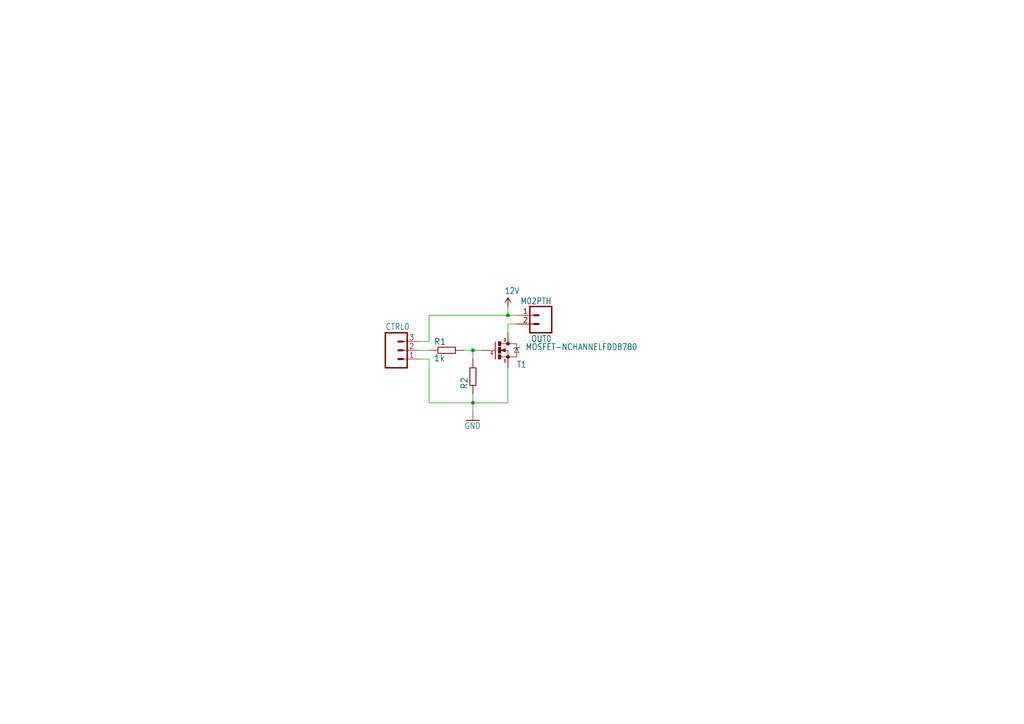
<source format=kicad_sch>
(kicad_sch (version 20250114) (generator "eeschema") (generator_version "9.0")
  (paper "A4")
  (lib_symbols
    (symbol "MOSFET breakout-eagle-import:12V" (power)
      (symbol "12V_1_0"
        (polyline (pts (xy 0 2.54) (xy -0.762 1.27)) (stroke (width 0.254)))
        (polyline (pts (xy 0.762 1.27) (xy 0 2.54)) (stroke (width 0.254)))
        (pin power_in line (at 0 0 90) (length 2.54) (name "12V") (number "1"))
      )
    )
    (symbol "MOSFET breakout-eagle-import:GND" (power)
      (symbol "GND_1_0"
        (polyline (pts (xy -1.905 0) (xy 1.905 0)) (stroke (width 0.254)))
        (pin power_in line (at 0 2.54 270) (length 2.54) (name "GND") (number "1"))
      )
    )
    (symbol "MOSFET breakout-eagle-import:M02PTH"
      (property "Reference" "JP" (at -2.54 5.842 0))
      (symbol "M02PTH_1_0"
        (polyline (pts (xy -2.54 5.08) (xy -2.54 -2.54)) (stroke (width 0.4064)))
        (polyline (pts (xy -2.54 5.08) (xy 3.81 5.08)) (stroke (width 0.4064)))
        (polyline (pts (xy 1.27 2.54) (xy 2.54 2.54)) (stroke (width 0.6096)))
        (polyline (pts (xy 1.27 0) (xy 2.54 0)) (stroke (width 0.6096)))
        (polyline (pts (xy 3.81 -2.54) (xy -2.54 -2.54)) (stroke (width 0.4064)))
        (polyline (pts (xy 3.81 -2.54) (xy 3.81 5.08)) (stroke (width 0.4064)))
        (pin passive line (at 7.62 2.54 180) (length 5.08) (name "2") (number "2"))
        (pin passive line (at 7.62 0 180) (length 5.08) (name "1") (number "1"))
      )
    )
    (symbol "MOSFET breakout-eagle-import:M03PTH"
      (property "Reference" "JP" (at -2.54 5.842 0))
      (symbol "M03PTH_1_0"
        (polyline (pts (xy -2.54 5.08) (xy -2.54 -5.08)) (stroke (width 0.4064)))
        (polyline (pts (xy -2.54 5.08) (xy 3.81 5.08)) (stroke (width 0.4064)))
        (polyline (pts (xy 1.27 2.54) (xy 2.54 2.54)) (stroke (width 0.6096)))
        (polyline (pts (xy 1.27 0) (xy 2.54 0)) (stroke (width 0.6096)))
        (polyline (pts (xy 1.27 -2.54) (xy 2.54 -2.54)) (stroke (width 0.6096)))
        (polyline (pts (xy 3.81 -5.08) (xy -2.54 -5.08)) (stroke (width 0.4064)))
        (polyline (pts (xy 3.81 -5.08) (xy 3.81 5.08)) (stroke (width 0.4064)))
        (pin passive line (at 7.62 2.54 180) (length 5.08) (name "3") (number "3"))
        (pin passive line (at 7.62 0 180) (length 5.08) (name "2") (number "2"))
        (pin passive line (at 7.62 -2.54 180) (length 5.08) (name "1") (number "1"))
      )
    )
    (symbol "MOSFET breakout-eagle-import:MOSFET-NCHANNELFDD8780"
      (property "Reference" "Q" (at 5.08 2.54 0))
      (symbol "MOSFET-NCHANNELFDD8780_1_0"
        (polyline (pts (xy -3.81 0) (xy -5.08 0)) (stroke (width 0.1524)))
        (polyline (pts (xy -3.6576 2.413) (xy -3.6576 -2.54)) (stroke (width 0.254)))
        (rectangle (start -2.794 1.27) (end -2.032 2.54) (fill (type outline)))
        (rectangle (start -2.794 -0.889) (end -2.032 0.889) (fill (type outline)))
        (rectangle (start -2.794 -2.54) (end -2.032 -1.27) (fill (type outline)))
        (polyline (pts (xy -2.032 0) (xy -0.762 -0.508)) (stroke (width 0.1524)))
        (polyline (pts (xy -2.032 -1.905) (xy 0 -1.905)) (stroke (width 0.1524)))
        (polyline (pts (xy -1.778 0) (xy -0.889 -0.254)) (stroke (width 0.3048)))
        (polyline (pts (xy -0.889 0.254) (xy -1.778 0)) (stroke (width 0.3048)))
        (polyline (pts (xy -0.889 0) (xy -1.143 0)) (stroke (width 0.3048)))
        (polyline (pts (xy -0.889 0) (xy 0 0)) (stroke (width 0.1524)))
        (polyline (pts (xy -0.889 -0.254) (xy -0.889 0)) (stroke (width 0.3048)))
        (polyline (pts (xy -0.762 0.508) (xy -2.032 0)) (stroke (width 0.1524)))
        (polyline (pts (xy -0.762 -0.508) (xy -0.762 0.508)) (stroke (width 0.1524)))
        (polyline (pts (xy 0 2.54) (xy 0 1.905)) (stroke (width 0.1524)))
        (circle (center 0 1.905) (radius 0.127) (stroke (width 0.4064)))
        (polyline (pts (xy 0 1.905) (xy -2.0066 1.905)) (stroke (width 0.1524)))
        (polyline (pts (xy 0 1.905) (xy 2.54 1.905)) (stroke (width 0.1524)))
        (polyline (pts (xy 0 0) (xy 0 -1.905)) (stroke (width 0.1524)))
        (polyline (pts (xy 0 -1.905) (xy 0 -2.54)) (stroke (width 0.1524)))
        (circle (center 0 -1.905) (radius 0.127) (stroke (width 0.4064)))
        (polyline (pts (xy 1.905 0.762) (xy 1.651 0.508)) (stroke (width 0.1524)))
        (polyline (pts (xy 1.905 0.762) (xy 2.54 0.762)) (stroke (width 0.1524)))
        (polyline (pts (xy 1.905 -0.635) (xy 3.175 -0.635)) (stroke (width 0.1524)))
        (polyline (pts (xy 2.54 1.905) (xy 2.54 0.762)) (stroke (width 0.1524)))
        (polyline (pts (xy 2.54 0.762) (xy 1.905 -0.635)) (stroke (width 0.1524)))
        (polyline (pts (xy 2.54 0.762) (xy 2.54 -1.905)) (stroke (width 0.1524)))
        (polyline (pts (xy 2.54 0.762) (xy 3.175 0.762)) (stroke (width 0.1524)))
        (polyline (pts (xy 2.54 -1.905) (xy 0 -1.905)) (stroke (width 0.1524)))
        (polyline (pts (xy 3.175 0.762) (xy 3.429 1.016)) (stroke (width 0.1524)))
        (polyline (pts (xy 3.175 -0.635) (xy 2.54 0.762)) (stroke (width 0.1524)))
        (text "G" (at -5.08 -1.27 0) (effects (font (size 0.8128 0.6908)) (justify left bottom)))
        (text "D" (at -1.27 2.54 0) (effects (font (size 0.8128 0.6908)) (justify left bottom)))
        (text "S" (at -1.27 -3.556 0) (effects (font (size 0.8128 0.6908)) (justify left bottom)))
        (pin passive line (at -7.62 0 0) (length 2.54) (name "G") (number "1"))
        (pin passive line (at 0 5.08 270) (length 2.54) (name "D") (number "4"))
        (pin passive line (at 0 -5.08 90) (length 2.54) (name "S") (number "3"))
      )
    )
    (symbol "MOSFET breakout-eagle-import:RESISTOR-0603"
      (property "Reference" "R" (at -3.81 1.4986 0))
      (symbol "RESISTOR-0603_1_0"
        (polyline (pts (xy -2.54 -0.889) (xy -2.54 0.889)) (stroke (width 0.254)))
        (polyline (pts (xy -2.54 -0.889) (xy 2.54 -0.889)) (stroke (width 0.254)))
        (polyline (pts (xy 2.54 0.889) (xy -2.54 0.889)) (stroke (width 0.254)))
        (polyline (pts (xy 2.54 -0.889) (xy 2.54 0.889)) (stroke (width 0.254)))
        (pin passive line (at -5.08 0 0) (length 2.54) (name "1") (number "1"))
        (pin passive line (at 5.08 0 180) (length 2.54) (name "2") (number "2"))
      )
    )
  )
  (junction (at 137.16 116.84))
  (junction (at 137.16 101.6))
  (junction (at 147.32 91.44))
  (wire (pts (xy 137.16 101.6) (xy 139.7 101.6)) (stroke (width 0.1524)))
  (wire (pts (xy 147.32 93.98) (xy 149.86 93.98)) (stroke (width 0.1524)))
  (wire (pts (xy 124.46 99.06) (xy 124.46 91.44)) (stroke (width 0.1524)))
  (wire (pts (xy 124.46 104.14) (xy 124.46 116.84)) (stroke (width 0.1524)))
  (wire (pts (xy 147.32 96.52) (xy 147.32 93.98)) (stroke (width 0.1524)))
  (wire (pts (xy 121.92 104.14) (xy 124.46 104.14)) (stroke (width 0.1524)))
  (wire (pts (xy 121.92 99.06) (xy 124.46 99.06)) (stroke (width 0.1524)))
  (wire (pts (xy 124.46 91.44) (xy 147.32 91.44)) (stroke (width 0.1524)))
  (wire (pts (xy 147.32 91.44) (xy 147.32 88.9)) (stroke (width 0.1524)))
  (wire (pts (xy 134.62 101.6) (xy 137.16 101.6)) (stroke (width 0.1524)))
  (wire (pts (xy 124.46 116.84) (xy 137.16 116.84)) (stroke (width 0.1524)))
  (wire (pts (xy 147.32 106.68) (xy 147.32 116.84)) (stroke (width 0.1524)))
  (wire (pts (xy 137.16 116.84) (xy 147.32 116.84)) (stroke (width 0.1524)))
  (wire (pts (xy 137.16 101.6) (xy 137.16 104.14)) (stroke (width 0.1524)))
  (wire (pts (xy 137.16 119.38) (xy 137.16 116.84)) (stroke (width 0.1524)))
  (wire (pts (xy 137.16 114.3) (xy 137.16 116.84)) (stroke (width 0.1524)))
  (wire (pts (xy 149.86 91.44) (xy 147.32 91.44)) (stroke (width 0.1524)))
  (wire (pts (xy 121.92 101.6) (xy 124.46 101.6)) (stroke (width 0.1524)))
  (symbol (lib_id "MOSFET breakout-eagle-import:MOSFET-NCHANNELFDD8780") (at 147.32 101.6 0) (unit 1)
    (property "Reference" "T1" (at 149.86 106.68 0) (effects (font (size 1.778 1.5113)) (justify left bottom)))
    (property "Value" "MOSFET-NCHANNELFDD8780" (at 152.4 101.6 0) (effects (font (size 1.778 1.5113)) (justify left bottom)))
    (property "Footprint" "MOSFET breakout:DPAK" (effects (hide yes)))
  )
  (symbol (lib_id "MOSFET breakout-eagle-import:RESISTOR-0603") (at 129.54 101.6 0) (unit 1)
    (property "Reference" "R1" (at 125.73 100.1014 0) (effects (font (size 1.778 1.778)) (justify left bottom)))
    (property "Value" "1k" (at 125.73 104.902 0) (effects (font (size 1.778 1.778)) (justify left bottom)))
    (property "Footprint" "MOSFET breakout:R603" (effects (hide yes)))
  )
  (symbol (lib_id "MOSFET breakout-eagle-import:M02PTH") (at 157.48 91.44 180) (unit 1)
    (property "Reference" "OUT0" (at 160.02 97.282 0) (effects (font (size 1.778 1.5113)) (justify left bottom)))
    (property "Value" "M02PTH" (at 160.02 86.36 0) (effects (font (size 1.778 1.5113)) (justify left bottom)))
    (property "Footprint" "MOSFET breakout:1X02" (effects (hide yes)))
  )
  (symbol (lib_id "MOSFET breakout-eagle-import:M03PTH") (at 114.3 101.6 0) (unit 1)
    (property "Reference" "CTRL0" (at 111.76 95.758 0) (effects (font (size 1.778 1.5113)) (justify left bottom)))
    (property "Value" "M03PTH" (effects (hide yes)))
    (property "Footprint" "MOSFET breakout:1X03" (effects (hide yes)))
  )
  (symbol (lib_id "MOSFET breakout-eagle-import:RESISTOR-0603") (at 137.16 109.22 90) (unit 1)
    (property "Reference" "R2" (at 135.6614 113.03 0) (effects (font (size 1.778 1.778)) (justify left bottom)))
    (property "Value" "RESISTOR-0603" (effects (hide yes)))
    (property "Footprint" "MOSFET breakout:R603" (effects (hide yes)))
  )
  (symbol (lib_id "MOSFET breakout-eagle-import:12V") (at 147.32 88.9 0) (unit 1)
    (property "Reference" "#SUPPLY2" (effects (hide yes)))
    (property "Value" "12V" (at 146.304 85.344 0) (effects (font (size 1.778 1.5113)) (justify left bottom)))
  )
  (symbol (lib_id "MOSFET breakout-eagle-import:GND") (at 137.16 121.92 0) (unit 1)
    (property "Reference" "#GND2" (effects (hide yes)))
    (property "Value" "GND" (at 134.62 124.46 0) (effects (font (size 1.778 1.5113)) (justify left bottom)))
  )
)
</source>
